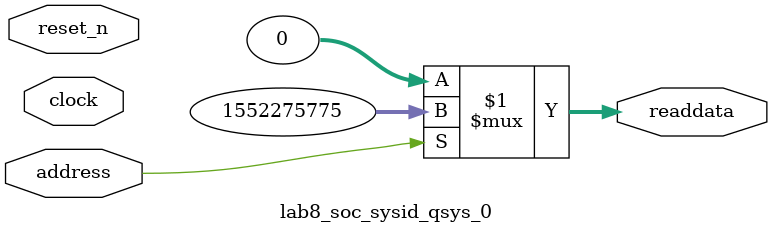
<source format=v>



// synthesis translate_off
`timescale 1ns / 1ps
// synthesis translate_on

// turn off superfluous verilog processor warnings 
// altera message_level Level1 
// altera message_off 10034 10035 10036 10037 10230 10240 10030 

module lab8_soc_sysid_qsys_0 (
               // inputs:
                address,
                clock,
                reset_n,

               // outputs:
                readdata
             )
;

  output  [ 31: 0] readdata;
  input            address;
  input            clock;
  input            reset_n;

  wire    [ 31: 0] readdata;
  //control_slave, which is an e_avalon_slave
  assign readdata = address ? 1552275775 : 0;

endmodule



</source>
